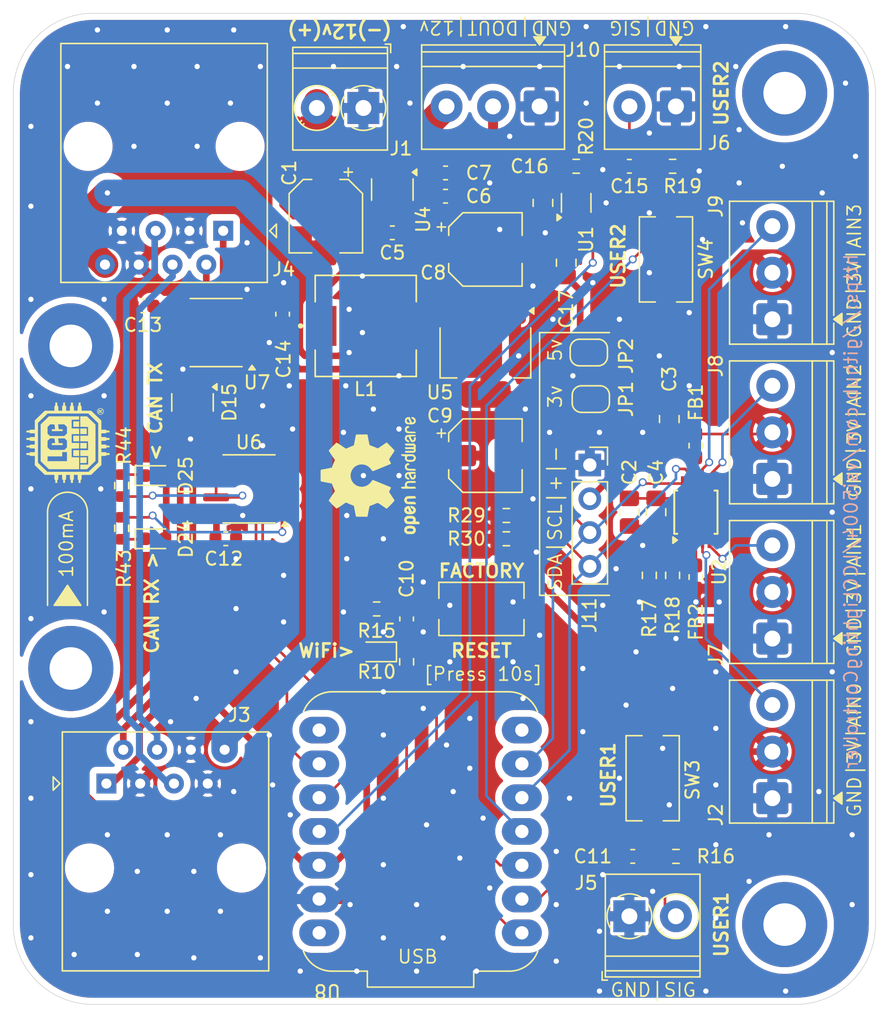
<source format=kicad_pcb>
(kicad_pcb (version 20241229) (generator "pcbnew") (generator_version "9.0")
  (title_block (title "LCC Lighting Controller") (date "2024-08-18") (rev "1.0"))
  (layers (0 "F.Cu" signal) (2 "B.Cu" signal) (13 "F.Paste" user) (15 "B.Paste" user) (5 "F.SilkS" user "F.Silkscreen") (7 "B.SilkS" user "B.Silkscreen") (1 "F.Mask" user) (3 "B.Mask" user) (25 "Edge.Cuts" user))
  (net 0 "")
  (net 1 "GND")
  (net 2 "/5V-BST")
  (net 3 "+5V")
  (net 4 "AGND")
  (net 5 "+3V3")
  (net 6 "CAN-H")
  (net 7 "CAN-L")
  (net 8 "VDDA")
  (net 9 "ALT-A")
  (net 10 "ALT-B")
  (net 11 "CAN-RX")
  (net 12 "CAN-TX")
  (net 13 "I2C_SDA")
  (net 14 "I2C_SCL")
  (net 15 "FACTORY_RESET")
  (net 16 "Net-(U4-SW)")
  (net 17 "Net-(D24-K)")
  (net 18 "Net-(D25-K)")
  (net 19 "Net-(U6A--)")
  (net 20 "Net-(U6B--)")
  (net 22 "Net-(D1-K)")
  (net 25 "WIFI_LED")
  (net 26 "AVDD")
  (net 27 "USER_BTN_0")
  (net 28 "USER_BTN_1")
  (net 29 "POT0")
  (net 30 "POT1")
  (net 31 "POT2")
  (net 32 "POT3")
  (net 33 "NEOPIXEL_DOUT")
  (net 34 "Net-(U2-ADDR)")
  (net 35 "Net-(U2-ALERT{slash}RDY)")
  (net 36 "DOUT_3V")
  (net 37 "Net-(J11-Pin_2)")
  (net 38 "+12v")
  (net 39 "Net-(R20-Pad2)")
  (footprint "Resistor_SMD:R_0603_1608Metric" (layer "F.Cu") (at 93 91.25 -90)
    (property "Reference" "R18")
    (property "Value" "10k" (hide yes))
  )
  (footprint "Capacitor_SMD:C_0603_1608Metric" (layer "F.Cu") (at 90 112.375)
    (property "Reference" "C11")
    (property "Value" "100nF" (hide yes))
  )
  (footprint "MountingHole:MountingHole_3.2mm_M3_Pad" (layer "F.Cu") (at 101.425 55)
    (property "Reference" "H1" (hide yes))
    (property "Value" "MountingHole" (hide yes))
  )
  (footprint "Capacitor_SMD:C_0603_1608Metric" (layer "F.Cu") (at 73 94.525 90)
    (property "Reference" "C10")
    (property "Value" "100nF" (hide yes))
  )
  (footprint "Resistor_SMD:R_0603_1608Metric" (layer "F.Cu") (at 80.5 86.75 180)
    (property "Reference" "R29")
    (property "Value" "4K7" (hide yes))
  )
  (footprint "LED_SMD:LED_0603_1608Metric" (layer "F.Cu") (at 54.075 88.5)
    (property "Reference" "D24")
    (property "Value" "CAN TX" (hide yes))
  )
  (footprint "Symbol:OSHW-Logo2_9.8x8mm_SilkScreen" (layer "F.Cu") (at 70.25 83.75 90)
    (property "Reference" "REF**" (hide yes))
    (property "Value" "OSHW-Logo2_9.8x8mm_SilkScreen" (hide yes))
  )
  (footprint "Button_Switch_SMD:SW_Tactile_SPST_NO_Straight_CK_PTS636Sx25SMTRLFS" (layer "F.Cu") (at 78.625 93.775)
    (property "Reference" "SW2" (hide yes))
    (property "Value" "Factory Reset" (hide yes))
  )
  (footprint "Package_TO_SOT_SMD:SOT-223-3_TabPin2" (layer "F.Cu") (at 78.925 74.5 -90)
    (property "Reference" "U5")
    (property "Value" "AP2114-3.3" (hide yes))
  )
  (footprint "Capacitor_SMD:C_0603_1608Metric" (layer "F.Cu") (at 53.175 71 180)
    (property "Reference" "C13")
    (property "Value" "100nF" (hide yes))
  )
  (footprint "Package_SO:SOIC-8_3.9x4.9mm_P1.27mm" (layer "F.Cu") (at 58.675 73 180)
    (property "Reference" "U7")
    (property "Value" "TJA1051T-3" (hide yes))
  )
  (footprint "TerminalBlock_Phoenix:TerminalBlock_Phoenix_PT-1,5-3-3.5-H_1x03_P3.50mm_Horizontal" (layer "F.Cu") (at 83 56 180)
    (property "Reference" "J10")
    (property "Value" "RGBW LED" (hide yes))
  )
  (footprint "Resistor_SMD:R_0603_1608Metric" (layer "F.Cu") (at 93 60.5 180)
    (property "Reference" "R19")
    (property "Value" "10k" (hide yes))
  )
  (footprint "Capacitor_SMD:C_0603_1608Metric" (layer "F.Cu") (at 59.4 88.5 180)
    (property "Reference" "C12")
    (property "Value" "100nF" (hide yes))
  )
  (footprint "CustomFootprints:MCU_Seeed_ESP32C3_TH" (layer "F.Cu") (at 74.045 110.5 180)
    (property "Reference" "U8")
    (property "Value" "MOUDLE-SEEEDUINO-XIAO-ESP32S3" (hide yes))
  )
  (footprint "LED_SMD:LED_0603_1608Metric" (layer "F.Cu") (at 54.075 83.75)
    (property "Reference" "D25")
    (property "Value" "CAN RX" (hide yes))
  )
  (footprint "Package_TO_SOT_SMD:SOT-23" (layer "F.Cu") (at 56.9 78.25 -90)
    (property "Reference" "D15")
    (property "Value" "NUP2105L" (hide yes))
  )
  (footprint "Jumper:SolderJumper-2_P1.3mm_Bridged_RoundedPad1.0x1.5mm" (layer "F.Cu") (at 86.85 78 180)
    (property "Reference" "JP1")
    (property "Value" "3v3" (hide yes))
  )
  (footprint "Resistor_SMD:R_0603_1608Metric" (layer "F.Cu") (at 91.25 91.25 90)
    (property "Reference" "R17")
    (property "Value" "10k" (hide yes))
  )
  (footprint "CustomLibrary:RJ45_TE_CONNECTIVITY_5555164-1_Horizontal-Low_Profile" (layer "F.Cu") (at 50.425 106.9)
    (property "Reference" "J3")
    (property "Value" "RJ45" (hide yes))
  )
  (footprint "CustomLibrary:IND_B1047AS-4R7N=P3" (layer "F.Cu") (at 69.925 72.5)
    (property "Reference" "L1")
    (property "Value" "4.7uH" (hide yes))
  )
  (footprint "Capacitor_SMD:CP_Elec_5x5.3" (layer "F.Cu") (at 78.925 82.25)
    (property "Reference" "C9")
    (property "Value" "10uF" (hide yes))
  )
  (footprint "MountingHole:MountingHole_3.2mm_M3_Pad" (layer "F.Cu") (at 101.424996 117.5)
    (property "Reference" "H2" (hide yes))
    (property "Value" "MountingHole" (hide yes))
  )
  (footprint "Capacitor_SMD:C_0603_1608Metric" (layer "F.Cu") (at 75.925 62.75 180)
    (property "Reference" "C6")
    (property "Value" "22uF" (hide yes))
  )
  (footprint "TerminalBlock_Phoenix:TerminalBlock_Phoenix_PT-1,5-3-3.5-H_1x03_P3.50mm_Horizontal" (layer "F.Cu") (at 100.5 84 90)
    (property "Reference" "J8")
    (property "Value" "Screw_Terminal_01x03" (hide yes))
  )
  (footprint "Jumper:SolderJumper-2_P1.3mm_Open_RoundedPad1.0x1.5mm" (layer "F.Cu") (at 86.7 74.5 180)
    (property "Reference" "JP2")
    (property "Value" "5v" (hide yes))
  )
  (footprint "Fiducial:Fiducial_0.5mm_Mask1mm" (layer "F.Cu") (at 103.25 60 90)
    (property "Reference" "FID2" (hide yes))
    (property "Value" "Fiducial" (hide yes))
  )
  (footprint "Capacitor_SMD:C_0805_2012Metric_Pad1.18x1.45mm_HandSolder" (layer "F.Cu") (at 83.25 63.25 -90)
    (property "Reference" "C16")
    (property "Value" "10uF" (hide yes))
  )
  (footprint "Capacitor_SMD:C_0603_1608Metric" (layer "F.Cu") (at 89.75 60.5)
    (property "Reference" "C15")
    (property "Value" "100nF" (hide yes))
  )
  (footprint "Package_TO_SOT_SMD:Texas_R-PDSO-G5_DCK-5" (layer "F.Cu") (at 85.75 63.25 90)
    (property "Reference" "U1")
    (property "Value" "SN74LVC1G125DCK" (hide yes))
  )
  (footprint "Inductor_SMD:L_0603_1608Metric_Pad1.05x0.95mm_HandSolder" (layer "F.Cu") (at 94.75 91.375 90)
    (property "Reference" "FB2")
    (property "Value" "BBPY00160808152Y00" (hide yes))
  )
  (footprint "Capacitor_SMD:C_0805_2012Metric_Pad1.18x1.45mm_HandSolder" (layer "F.Cu") (at 92.75 79.5 -90)
    (property "Reference" "C3")
    (property "Value" "10uF" (hide yes))
  )
  (footprint "Capacitor_SMD:C_0805_2012Metric_Pad1.18x1.45mm_HandSolder" (layer "F.Cu") (at 89.75 86.5 90)
    (property "Reference" "C2")
    (property "Value" "10uF" (hide yes))
  )
  (footprint "Capacitor_SMD:C_0603_1608Metric" (layer "F.Cu") (at 63.675 71.615 90)
    (property "Reference" "C14")
    (property "Value" "100nF" (hide yes))
  )
  (footprint "Capacitor_SMD:C_0805_2012Metric_Pad1.18x1.45mm_HandSolder" (layer "F.Cu") (at 91.75 86.5 90)
    (property "Reference" "C4")
    (property "Value" "0.1uF" (hide yes))
  )
  (footprint "MountingHole:MountingHole_3.2mm_M3_Pad" (layer "F.Cu") (at 47.75 74 90)
    (property "Reference" "H4" (hide yes))
    (property "Value" "MountingHole" (hide yes))
  )
  (footprint "Fiducial:Fiducial_0.5mm_Mask1mm" (layer "F.Cu") (at 103.25 112.5 90)
    (property "Reference" "FID3" (hide yes))
    (property "Value" "Fiducial" (hide yes))
  )
  (footprint "TerminalBlock_Phoenix:TerminalBlock_Phoenix_PT-1,5-2-3.5-H_1x02_P3.50mm_Horizontal" (layer "F.Cu") (at 93.25 56 180)
    (property "Reference" "J6")
    (property "Value" "EXT_BTN1" (hide yes))
  )
  (footprint "Button_Switch_SMD:SW_Tactile_SPST_NO_Straight_CK_PTS636Sx25SMTRLFS" (layer "F.Cu") (at 92.5 67.5 -90)
    (property "Reference" "SW4")
    (property "Value" "User" (hide yes))
  )
  (footprint "TerminalBlock_Phoenix:TerminalBlock_Phoenix_PT-1,5-3-3.5-H_1x03_P3.50mm_Horizontal" (layer "F.Cu") (at 100.5 96 90)
    (property "Reference" "J7")
    (property "Value" "Screw_Terminal_01x03" (hide yes))
  )
  (footprint "TerminalBlock_Phoenix:TerminalBlock_Phoenix_PT-1,5-3-3.5-H_1x03_P3.50mm_Horizontal" (layer "F.Cu") (at 100.5 108 90)
    (property "Reference" "J2")
    (property "Value" "Screw_Terminal_01x03" (hide yes))
  )
  (footprint "Resistor_SMD:R_0603_1608Metric" (layer "F.Cu") (at 93.25 112.375 180)
    (property "Reference" "R16")
    (property "Value" "10k" (hide yes))
  )
  (footprint "Capacitor_SMD:C_0603_1608Metric" (layer "F.Cu") (at 75.925 61)
    (property "Reference" "C7")
    (property "Value" "22uF" (hide yes))
  )
  (footprint "Capacitor_SMD:C_0805_2012Metric_Pad1.18x1.45mm_HandSolder" (layer "F.Cu") (at 85 67.75 90)
    (property "Reference" "C17")
    (property "Value" "1uF" (hide yes))
  )
  (footprint "Capacitor_SMD:CP_Elec_5x5.3" (layer "F.Cu") (at 66.925 64.25 -90)
    (property "Reference" "C1")
    (property "Value" "10uF" (hide yes))
  )
  (footprint "TerminalBlock_Phoenix:TerminalBlock_Phoenix_PT-1,5-3-3.5-H_1x03_P3.50mm_Horizontal" (layer "F.Cu") (at 100.5 72 90)
    (property "Reference" "J9")
    (property "Value" "Screw_Terminal_01x03" (hide yes))
  )
  (footprint "LED_SMD:LED_0603_1608Metric" (layer "F.Cu") (at 70.75 97 180)
    (property "Reference" "D1" (hide yes))
    (property "Value" "WiFi" (hide yes))
  )
  (footprint "Resistor_SMD:R_0603_1608Metric" (layer "F.Cu") (at 51.575 84.5 90)
    (property "Reference" "R44")
    (property "Value" "220R" (hide yes))
  )
  (footprint "Resistor_SMD:R_0603_1608Metric" (layer "F.Cu") (at 73 97.75 90)
    (property "Reference" "R10")
    (property "Value" "220R" (hide yes))
  )
  (footprint "Capacitor_SMD:CP_Elec_5x5.3" (layer "F.Cu") (at 78.925 66.75)
    (property "Reference" "C8")
    (property "Value" "10uF" (hide yes))
  )
  (footprint "Connector_PinSocket_2.54mm:PinSocket_1x04_P2.54mm_Vertical" (layer "F.Cu") (at 86.775 82.95)
    (property "Reference" "J11")
    (property "Value" "I2C Breakout" (hide yes))
  )
  (footprint "TerminalBlock_Phoenix:TerminalBlock_Phoenix_PT-1,5-2-3.5-H_1x02_P3.50mm_Horizontal" (layer "F.Cu") (at 89.75 116.875)
    (property "Reference" "J5")
    (property "Value" "EXT_BTN1" (hide yes))
  )
  (footprint "Package_SO:SOIC-8_3.9x4.9mm_P1.27mm" (layer "F.Cu") (at 61.15 84.75 180)
    (property "Reference" "U6")
    (property "Value" "LM358" (hide yes))
  )
  (footprint "TerminalBlock_Phoenix:TerminalBlock_Phoenix_PT-1,5-2-3.5-H_1x02_P3.50mm_Horizontal" (layer "F.Cu") (at 69.75 56.1175 180)
    (property "Reference" "J1")
    (property "Value" "EXT POWER" (hide yes))
  )
  (footprint "Resistor_SMD:R_0603_1608Metric" (layer "F.Cu") (at 51.575 87.7125 -90)
    (property "Reference" "R43")
    (property "Value" "220R" (hide yes))
  )
  (footprint "Inductor_SMD:L_0603_1608Metric_Pad1.05x0.95mm_HandSolder" (layer "F.Cu") (at 94.75 81.5 -90)
    (property "Reference" "FB1")
    (property "Value" "BBPY00160808152Y00" (hide yes))
  )
  (footprint "Components:lcc-logo-registered-medium" (layer "F.Cu") (at 47.5 81.25 90)
    (property "Reference" "G***" (hide yes))
    (property "Value" "LOGO" (hide yes))
  )
  (footprint "Resistor_SMD:R_0603_1608Metric" (layer "F.Cu") (at 85.75 60.5)
    (property "Reference" "R20")
    (property "Value" "100" (hide yes))
  )
  (footprint "Resistor_SMD:R_0603_1608Metric" (layer "F.Cu") (at 70.75 93.775)
    (property "Reference" "R15")
    (property "Value" "10k" (hide yes))
  )
  (footprint "CustomLibrary:RJ45_TE_CONNECTIVITY_5555164-1_Horizontal-Low_Profile" (layer "F.Cu") (at 59.2075 65.35 180)
    (property "Reference" "J4")
    (property "Value" "RJ45" (hide yes))
  )
  (footprint "Package_SO:TSSOP-10_3x3mm_P0.5mm" (layer "F.Cu") (at 94.75 86.5 90)
    (property "Reference" "U2")
    (property "Value" "ADS1115IDGS" (hide yes))
  )
  (footprint "Resistor_SMD:R_0603_1608Metric" (layer "F.Cu") (at 80.5 88.5 180)
    (property "Reference" "R30")
    (property "Value" "4K7" (hide yes))
  )
  (footprint "Capacitor_SMD:C_0603_1608Metric" (layer "F.Cu") (at 71.925 65.5)
    (property "Reference" "C5")
    (property "Value" "100nF" (hide yes))
  )
  (footprint "Button_Switch_SMD:SW_Tactile_SPST_NO_Straight_CK_PTS636Sx25SMTRLFS" (layer "F.Cu") (at 91.5 106.5 90)
    (property "Reference" "SW3")
    (property "Value" "User" (hide yes))
  )
  (footprint "MountingHole:MountingHole_3.2mm_M3_Pad" (layer "F.Cu") (at 47.75 98.25 90)
    (property "Reference" "H3" (hide yes))
    (property "Value" "MountingHole")
  )
  (footprint "Fiducial:Fiducial_0.5mm_Mask1mm" (layer "F.Cu") (at 64 78.5 90)
    (property "Reference" "FID1" (hide yes))
    (property "Value" "Fiducial" (hide yes))
  )
  (footprint "Package_TO_SOT_SMD:TSOT-23-6" (layer "F.Cu") (at 71.925 62.25 -90)
    (property "Reference" "U4")
    (property "Value" "AP63205WU" (hide yes))
  )
  (gr_line (start 83 92.75) (end 83 73) (stroke (width 0.12)) (layer "F.SilkS"))
  (gr_arc (start 46 86.5) (mid 47.5 85) (end 49 86.5) (stroke (width 0.12)) (layer "F.SilkS"))
  (gr_line (start 49 93.5) (end 49 86.5) (stroke (width 0.12)) (layer "F.SilkS"))
  (gr_line (start 46 93.5) (end 46 86.5) (stroke (width 0.12)) (layer "F.SilkS"))
  (gr_poly (pts (xy 46.5 93.5) (xy 48.5 93.5) (xy 47.5 92)) (stroke (width 0.12)) (fill yes) (layer "F.SilkS"))
  (gr_line (start 83 73) (end 88.25 73) (stroke (width 0.12)) (layer "F.SilkS"))
  (gr_line (start 88.25 92.75) (end 83 92.75) (stroke (width 0.12)) (layer "F.SilkS"))
  (gr_line (start 43.425 117.5) (end 43.425 55) (stroke (width 0.05)) (layer "Edge.Cuts"))
  (gr_line (start 49.425 123.5) (end 102.25 123.5) (stroke (width 0.05)) (layer "Edge.Cuts"))
  (gr_arc (start 102.25 49) (mid 106.492641 50.757359) (end 108.25 55) (stroke (width 0.05)) (layer "Edge.Cuts"))
  (gr_line (start 102.25 49) (end 49.425 49) (stroke (width 0.05)) (layer "Edge.Cuts"))
  (gr_arc (start 49.425 123.5) (mid 45.182359 121.742641) (end 43.425 117.5) (stroke (width 0.05)) (layer "Edge.Cuts"))
  (gr_arc (start 108.25 117.5) (mid 106.492641 121.742641) (end 102.25 123.5) (stroke (width 0.05)) (layer "Edge.Cuts"))
  (gr_arc (start 43.425 55) (mid 45.182359 50.757359) (end 49.425 49) (stroke (width 0.05)) (layer "Edge.Cuts"))
  (gr_line (start 108.25 55) (end 108.25 117.5) (stroke (width 0.05)) (layer "Edge.Cuts"))
  (gr_text "USER2" (at 97.25 55 90) (layer "F.SilkS") (effects (font (size 1 1) (thickness 0.2) (bold yes)) (justify bottom)))
  (gr_text "USER2" (at 89.5 67.25 90) (layer "F.SilkS") (effects (font (size 1 1) (thickness 0.2) (bold yes)) (justify bottom)))
  (gr_text "GND|3V|AIN2" (at 107.25 85.5 90) (layer "F.SilkS") (effects (font (size 1 1) (thickness 0.125)) (justify left bottom)))
  (gr_text "< CAN TX" (at 54.675 82.75 90) (layer "F.SilkS") (effects (font (size 1 1) (thickness 0.2) (bold yes)) (justify left bottom)))
  (gr_text "3v" (at 84.75 78.75 90) (layer "F.SilkS") (effects (font (size 1 1) (thickness 0.125)) (justify left bottom)))
  (gr_text "CAN RX >" (at 54.425 97.25 90) (layer "F.SilkS") (effects (font (size 1 1) (thickness 0.2) (bold yes)) (justify left bottom)))
  (gr_text "RESET" (at 78.625 97.5 0) (layer "F.SilkS") (effects (font (size 1 1) (thickness 0.2) (bold yes)) (justify bottom)))
  (gr_text "GND|SIG" (at 88.25 123 0) (layer "F.SilkS") (effects (font (size 1 1) (thickness 0.125)) (justify left bottom)))
  (gr_text "USER1" (at 88.75 106.25 90) (layer "F.SilkS") (effects (font (size 1 1) (thickness 0.2) (bold yes)) (justify bottom)))
  (gr_text "WiFi>" (at 64.75 97.5 0) (layer "F.SilkS") (effects (font (size 1 1) (thickness 0.2) (bold yes)) (justify left bottom)))
  (gr_text "GND|3V|AIN0" (at 107.25 109.5 90) (layer "F.SilkS") (effects (font (size 1 1) (thickness 0.125)) (justify left bottom)))
  (gr_text "GND|DOUT|12v" (at 85.5 49.5 180) (layer "F.SilkS") (effects (font (size 1 1) (thickness 0.125)) (justify left bottom)))
  (gr_text "FACTORY" (at 78.625 91.5 0) (layer "F.SilkS") (effects (font (size 1 1) (thickness 0.2) (bold yes)) (justify bottom)))
  (gr_text "100mA" (at 48 91.5 90) (layer "F.SilkS") (effects (font (size 1 1) (thickness 0.125)) (justify left bottom)))
  (gr_text "5v" (at 84.75 75.25 90) (layer "F.SilkS") (effects (font (size 1 1) (thickness 0.125)) (justify left bottom)))
  (gr_text "[Press 10s]" (at 78.75 99.25 0) (layer "F.SilkS") (effects (font (size 1 1) (thickness 0.125)) (justify bottom)))
  (gr_text "GND|SIG" (at 94.75 49.5 180) (layer "F.SilkS") (effects (font (size 1 1) (thickness 0.125)) (justify left bottom)))
  (gr_text "GND|3V|AIN3" (at 107.25 73.5 90) (layer "F.SilkS") (effects (font (size 1 1) (thickness 0.125)) (justify left bottom)))
  (gr_text "USER1" (at 97.25 117.5 90) (layer "F.SilkS") (effects (font (size 1 1) (thickness 0.2) (bold yes)) (justify bottom)))
  (gr_text "USB" (at 72.25 120.5 0) (layer "F.SilkS") (effects (font (size 1 1) (thickness 0.125)) (justify left bottom)))
  (gr_text "SDA|SCL|+|-" (at 84.75 92.5 90) (layer "F.SilkS") (effects (font (size 1 1) (thickness 0.125)) (justify left bottom)))
  (gr_text "GND|3V|AIN1" (at 107.25 97.5 90) (layer "F.SilkS") (effects (font (size 1 1) (thickness 0.125)) (justify left bottom)))
  (gr_text "(-)12v(+)" (at 72 49.75 180) (layer "F.SilkS") (effects (font (size 1 1) (thickness 0.2) (bold yes)) (justify left bottom)))
  (gr_text "https://github.com/vsi5004/LCCLightingController" (at 107 67 90) (layer "B.SilkS") (effects (font (size 1 1) (thickness 0.125)) (justify left bottom mirror)))
  (segment (start 66.925 66.45) (end 67.725 66.45) (width 0.75) (layer "F.Cu") (net 1))
  (segment (start 66.425 115.58) (end 68.33 115.58) (width 0.75) (layer "F.Cu") (net 1))
  (segment (start 66.425 115.58) (end 64.75 115.58) (width 0.75) (layer "F.Cu") (net 1))
  (segment (start 67.725 66.45) (end 70.7875 63.3875) (width 0.75) (layer "F.Cu") (net 1))
  (segment (start 70.7875 63.3875) (end 70.975 63.3875) (width 0.75) (layer "F.Cu") (net 1))
  (segment (start 68.33 115.58) (end 68.75 116) (width 0.75) (layer "F.Cu") (net 1))
  (via (at 72.25 53) (size 0.6) (drill 0.4) (layers "F.Cu" "B.Cu") (net 1))
  (via (at 104.25 62.5) (size 0.6) (drill 0.4) (layers "F.Cu" "B.Cu") (net 1))
  (via (at 78.25 121) (size 0.6) (drill 0.4) (layers "F.Cu" "B.Cu") (net 1))
  (via (at 92 74.75) (size 0.6) (drill 0.4) (layers "F.Cu" "B.Cu") (net 1))
  (via (at 93.25 96) (size 0.6) (drill 0.4) (layers "F.Cu" "B.Cu") (net 1))
  (via (at 57.25 59) (size 0.6) (drill 0.4) (layers "F.Cu" "B.Cu") (net 1))
  (via (at 62 120) (size 0.6) (drill 0.4) (layers "F.Cu" "B.Cu") (net 1))
  (via (at 52.5 53) (size 0.6) (drill 0.4) (layers "F.Cu" "B.Cu") (net 1))
  (via (at 57.175 100.5) (size 0.6) (drill 0.4) (layers "F.Cu" "B.Cu") (net 1))
  (via (at 90.25 97) (size 0.6) (drill 0.4) (layers "F.Cu" "B.Cu") (net 1))
  (via (at 97.75 53) (size 0.6) (drill 0.4) (layers "F.Cu" "B.Cu") (net 1))
  (via (at 71.25 118.5) (size 0.6) (drill 0.4) (layers "F.Cu" "B.Cu") (net 1))
  (via (at 74.25 101.25) (size 0.6) (drill 0.4) (layers "F.Cu" "B.Cu") (net 1))
  (via (at 96.25 111.5) (size 0.6) (drill 0.4) (layers "F.Cu" "B.Cu") (net 1))
  (via (at 55.25 102.25) (size 0.6) (drill 0.4) (layers "F.Cu" "B.Cu") (net 1))
  (via (at 50.5 116.5) (size 0.6) (drill 0.4) (layers "F.Cu" "B.Cu") (net 1))
  (via (at 80 65.25) (size 0.6) (drill 0.4) (layers "F.Cu" "B.Cu") (net 1))
  (via (at 81.425 74.75) (size 0.6) (drill 0.4) (layers "F.Cu" "B.Cu") (net 1))
  (via (at 83 95.75) (size 0.6) (drill 0.4) (layers "F.Cu" "B.Cu") (net 1))
  (via (at 68.675 71.25) (size 0.6) (drill 0.4) (layers "F.Cu" "B.Cu") (net 1))
  (via (at 90.75 80.5) (size 0.6) (drill 0.4) (layers "F.Cu" "B.Cu") (net 1))
  (via (at 69.75 83.75) (size 0.6) (drill 0.4) (layers "F.Cu" "B.Cu") (net 1))
  (via (at 52.75 119.75) (size 0.6) (drill 0.4) (layers "F.Cu" "B.Cu") (net 1))
  (via (at 86.5 50) (size 0.6) (drill 0.4) (layers "F.Cu" "B.Cu") (net 1))
  (via (at 96.25 117) (size 0.6) (drill 0.4) (layers "F.Cu" "B.Cu") (net 1))
  (via (at 62.175 81.5) (size 0.6) (drill 0.4) (layers "F.Cu" "B.Cu") (net 1))
  (via (at 98.25 64.75) (size 0.6) (drill 0.4) (layers "F.Cu" "B.Cu") (net 1))
  (via (at 64.25 109.25) (size 0.6) (drill 0.4) (layers "F.Cu" "B.Cu") (net 1))
  (via (at 68.5 86.75) (size 0.6) (drill 0.4) (layers "F.Cu" "B.Cu") (net 1))
  (via (at 88.75 90.75) (size 0.6) (drill 0.4) (layers "F.Cu" "B.Cu") (net 1))
  (via (at 91.25 64) (size 0.6) (drill 0.4) (layers "F.Cu" "B.Cu") (net 1))
  (via (at 106 54.25) (size 0.6) (drill 0.4) (layers "F.Cu" "B.Cu") (net 1))
  (via (at 106.75 59.75) (size 0.6) (drill 0.4) (layers "F.Cu" "B.Cu") (net 1))
  (via (at 62.175 78.5) (size 0.6) (drill 0.4) (layers "F.Cu" "B.Cu") (net 1))
  (via (at 91.25 68.5) (size 0.6) (drill 0.4) (layers "F.Cu" "B.Cu") (net 1))
  (via (at 49.75 50.25) (size 0.6) (drill 0.4) (layers "F.Cu" "B.Cu") (net 1))
  (via (at 72.425 80.25) (size 0.6) (drill 0.4) (layers "F.Cu" "B.Cu") (net 1))
  (via (at 84.25 112) (size 0.6) (drill 0.4) (layers "F.Cu" "B.Cu") (net 1))
  (via (at 68.75 116) (size 0.6) (drill 0.4) (layers "F.Cu" "B.Cu") (net 1))
  (via (at 77 112.5) (size 0.6) (drill 0.4) (layers "F.Cu" "B.Cu") (net 1))
  (via (at 60.175 93.75) (size 0.6) (drill 0.4) (layers "F.Cu" "B.Cu") (net 1))
  (via (at 79.25 61.75) (size 0.6) (drill 0.4) (layers "F.Cu" "B.Cu") (net 1))
  (via (at 82.75 89.5) (size 0.6) (drill 0.4) (layers "F.Cu" "B.Cu") (net 1))
  (via (at 64.425 80.25) (size 0.6) (drill 0.4) (layers "F.Cu" "B.Cu") (net 1))
  (via (at 73.75 116) (size 0.6) (drill 0.4) (layers "F.Cu" "B.Cu") (net 1))
  (via (at 63.75 94.75) (size 0.6) (drill 0.4) (layers "F.Cu" "B.Cu") (net 1))
  (via (at 76.25 97.75) (size 0.6) (drill 0.4) (layers "F.Cu" "B.Cu") (net 1))
  (via (at 81 97.75) (size 0.6) (drill 0.4) (layers "F.Cu" "B.Cu") (net 1))
  (via (at 62.925 107) (size 0.6) (drill 0.4) (layers "F.Cu" "B.Cu") (net 1))
  (via (at 87.5 80.5) (size 0.6) (drill 0.4) (layers "F.Cu" "B.Cu") (net 1))
  (via (at 44.75 102.25) (size 0.6) (drill 0.4) (layers "F.Cu" "B.Cu") (net 1))
  (via (at 86.25 98.25) (size 0.6) (drill 0.4) (layers "F.Cu" "B.Cu") (net 1))
  (via (at 61 66.25) (size 0.6) (drill 0.4) (layers "F.Cu" "B.Cu") (net 1))
  (via (at 55 55.75) (size 0.6) (drill 0.4) (layers "F.Cu" "B.Cu") (net 1))
  (via (at 87.75 93.5) (size 0.6) (drill 0.4) (layers "F.Cu" "B.Cu") (net 1))
  (via (at 88 63.25) (size 0.6) (drill 0.4) (layers "F.Cu" "B.Cu") (net 1))
  (via (at 44.75 94.5) (size 0.6) (drill 0.4) (layers "F.Cu" "B.Cu") (net 1))
  (via (at 68.25 80.5) (size 0.6) (drill 0.4) (layers "F.Cu" "B.Cu") (net 1))
  (via (at 68.425 77) (size 0.6) (drill 0.4) (layers "F.Cu" "B.Cu") (net 1))
  (via (at 95 60.85) (size 0.6) (drill 0.4) (layers "F.Cu" "B.Cu") (net 1))
  (via (at 72.425 83.75) (size 0.6) (drill 0.4) (layers "F.Cu" "B.Cu") (net 1))
  (via (at 47.5 53) (size 0.6) (drill 0.4) (layers "F.Cu" "B.Cu") (net 1))
  (via (at 57.25 53) (size 0.6) (drill 0.4) (layers "F.Cu" "B.Cu") (net 1))
  (via (at 49.75 55.75) (size 0.6) (drill 0.4) (layers "F.Cu" "B.Cu") (net 1))
  (via (at 104 107.5) (size 0.6) (drill 0.4) (layers "F.Cu" "B.Cu") (net 1))
  (via (at 59 110.75) (size 0.6) (drill 0.4) (layers "F.Cu" "B.Cu") (net 1))
  (via (at 95.25 66) (size 0.6) (drill 0.4) (layers "F.Cu" "B.Cu") (net 1))
  (via (at 60.675 86.75) (size 0.6) (drill 0.4) (layers "F.Cu" "B.Cu") (net 1))
  (via (at 52.75 113.5) (size 0.6) (drill 0.4) (layers "F.Cu" "B.Cu") (net 1))
  (via (at 80.75 58.25) (size 0.6) (drill 0.4) (layers "F.Cu" "B.Cu") (net 1))
  (via (at 96.25 102.75) (size 0.6) (drill 0.4) (layers "F.Cu" "B.Cu") (net 1))
  (via (at 62.675 103.25) (size 0.6) (drill 0.4) (layers "F.Cu" "B.Cu") (net 1))
  (via (at 71.25 88.5) (size 0.6) (drill 0.4) (layers "F.Cu" "B.Cu") (net 1))
  (via (at 74.25 95.5) (size 0.6) (drill 0.4) (layers "F.Cu" "B.Cu") (net 1))
  (via (at 72.75 50) (size 0.6) (drill 0.4) (layers "F.Cu" "B.Cu") (net 1))
  (via (at 87.5 118) (size 0.6) (drill 0.4) (layers "F.Cu" "B.Cu") (net 1))
  (via (at 81.925 78.75) (size 0.6) (drill 0.4) (layers "F.Cu" "B.Cu") (net 1))
  (via (at 92.75 108.5) (size 0.6) (drill 0.4) (layers "F.Cu" "B.Cu") (net 1))
  (via (at 69.675 73) (size 0.6) (drill 0.4) (layers "F.Cu" "B.Cu") (net 1))
  (via (at 62 53) (size 0.6) (drill 0.4) (layers "F.Cu" "B.Cu") (net 1))
  (via (at 62.675 73.75) (size 0.6) (drill 0.4) (layers "F.Cu" "B.Cu") (net 1))
  (via (at 61 69.75) (size 0.6) (drill 0.4) (layers "F.Cu" "B.Cu") (net 1))
  (via (at 59 116.5) (size 0.6) (drill 0.4) (layers "F.Cu" "B.Cu") (net 1))
  (via (at 44.75 118.5) (size 0.6) (drill 0.4) (layers "F.Cu" "B.Cu") (net 1))
  (via (at 87.75 60.75) (size 0.6) (drill 0.4) (layers "F.Cu" "B.Cu") (net 1))
  (via (at 70.5 78.75) (size 0.6) (drill 0.4) (layers "F.Cu" "B.Cu") (net 1))
  (via (at 87.75 113.75) (size 0.6) (drill 0.4) (layers "F.Cu" "B.Cu") (net 1))
  (via (at 91.5 115) (size 0.6) (drill 0.4) (layers "F.Cu" "B.Cu") (net 1))
  (via (at 94.25 77) (size 0.6) (drill 0.4) (layers "F.Cu" "B.Cu") (net 1))
  (via (at 50.25 94) (size 0.6) (drill 0.4) (layers "F.Cu" "B.Cu") (net 1))
  (via (at 89 72) (size 0.6) (drill 0.4) (layers "F.Cu" "B.Cu") (net 1))
  (via (at 105 86.5) (size 0.6) (drill 0.4) (layers "F.Cu" "B.Cu") (net 1))
  (via (at 90.5 93.25) (size 0.6) (drill 0.4) (layers "F.Cu" "B.Cu") (net 1))
  (via (at 48 119.75) (size 0.6) (drill 0.4) (layers "F.Cu" "B.Cu") (net 1))
  (via (at 83 53) (size 0.6) (drill 0.4) (layers "F.Cu" "B.Cu") (net 1))
  (via (at 73.25 55.75) (size 0.6) (drill 0.4) (layers "F.Cu" "B.Cu") (net 1))
  (via (at 50.25 70.5) (size 0.6) (drill 0.4) (layers "F.Cu" "B.Cu") (net 1))
  (via (at 100.25 110.75) (size 0.6) (drill 0.4) (layers "F.Cu" "B.Cu") (net 1))
  (via (at 60 50.25) (size 0.6) (drill 0.4) (layers "F.Cu" "B.Cu") (net 1))
  (via (at 76 104) (size 0.6) (drill 0.4) (layers "F.Cu" "B.Cu") (net 1))
  (via (at 87 69.25) (size 0.6) (drill 0.4) (layers "F.Cu" "B.Cu") (net 1))
  (via (at 91.25 58) (size 0.6) (drill 0.4) (layers "F.Cu" "B.Cu") (net 1))
  (via (at 82.5 85.5) (size 0.6) (drill 0.4) (layers "F.Cu" "B.Cu") (net 1))
  (via (at 44.75 77.75) (size 0.6) (drill 0.4) (layers "F.Cu" "B.Cu") (net 1))
  (via (at 74.5 110) (size 0.6) (drill 0.4) (layers "F.Cu" "B.Cu") (net 1))
  (via (at 84 72) (size 0.6) (drill 0.4) (layers "F.Cu" "B.Cu") (net 1))
  (via (at 77.75 102) (size 0.6) (drill 0.4) (layers "F.Cu" "B.Cu") (net 1))
  (via (at 98 61.75) (size 0.6) (drill 0.4) (layers "F.Cu" "B.Cu") (net 1))
  (via (at 106.5 110.75) (size 0.6) (drill 0.4) (layers "F.Cu" "B.Cu") (net 1))
  (via (at 93 99.75) (size 0.6) (drill 0.4) (layers "F.Cu" "B.Cu") (net 1))
  (via (at 55 116.5) (size 0.6) (drill 0.4) (layers "F.Cu" "B.Cu") (net 1))
  (via (at 60.175 98.5) (size 0.6) (drill 0.4) (layers "F.Cu" "B.Cu") (net 1))
  (via (at 60 107.5) (size 0.6) (drill 0.4) (layers "F.Cu" "B.Cu") (net 1))
  (via (at 90.75 89) (size 0.6) (drill 0.4) (layers "F.Cu" "B.Cu") (net 1))
  (via (at 85.5 76.25) (size 0.6) (drill 0.4) (layers "F.Cu" "B.Cu") (net 1))
  (via (at 57 120) (size 0.6) (drill 0.4) (layers "F.Cu" "B.Cu") (net 1))
  (via (at 92.25 104.25) (size 0.6) (drill 0.4) (layers "F.Cu" "B.Cu") (net 1))
  (via (at 83.425 65.5) (size 0.6) (drill 0.4) (layers "F.Cu" "B.Cu") (net 1))
  (via (at 50.25 77.75) (size 0.6) (drill 0.4) (layers "F.Cu" "B.Cu") (net 1))
  (via (at 77.25 53) (size 0.6) (drill 0.4) (layers "F.Cu" "B.Cu") (net 1))
  (via (at 63.75 69.25) (size 0.6) (drill 0.4) (layers "F.Cu" "B.Cu") (net 1))
  (via (at 77.75 105.75) (size 0.6) (drill 0.4) (layers "F.Cu" "B.Cu") (net 1))
  (via (at 55 50.25) (size 0.6) (drill 0.4) (layers "F.Cu" "B.Cu") (net 1))
  (via (at 93.5 53) (size 0.6) (drill 0.4) (layers "F.Cu" "B.Cu") (net 1))
  (via (at 89 106.5) (size 0.6) (drill 0.4) (layers "F.Cu" "B.Cu") (net 1))
  (via (at 71.25 95.5) (size 0.6) (drill 0.4) (layers "F.Cu" "B.Cu") (net 1))
  (via (at 83.75 80.5) (size 0.6) (drill 0.4) (layers "F.Cu" "B.Cu") (net 1))
  (via (at 75.75 118.5) (size 0.6) (drill 0.4) (layers "F.Cu" "B.Cu") (net 1))
  (via (at 56.175 75.75) (size 0.6) (drill 0.4) (layers "F.Cu" "B.Cu") (net 1))
  (via (at 94.25 71.5) (size 0.6) (drill 0.4) (layers "F.Cu" "B.Cu") (net 1))
  (via (at 52.5 59) (size 0.6) (drill 0.4) (layers "F.Cu" "B.Cu") (net 1))
  (via (at 94.75 93.25) (size 0.6) (drill 0.4) (layers "F.Cu" "B.Cu") (net 1))
  (via (at 95.5 122.5) (size 0.6) (drill 0.4) (layers "F.Cu" "B.Cu") (net 1))
  (via (at 105 74.5) (size 0.6) (drill 0.4) (layers "F.Cu" "B.Cu") (net 1))
  (via (at 76.5 107.5) (size 0.6) (drill 0.4) (layers "F.Cu" "B.Cu") (net 1))
  (via (at 87.5 122.5) (size 0.6) (drill 0.4) (layers "F.Cu" "B.Cu") (net 1))
  (via (at 55 110.75) (size 0.6) (drill 0.4) (layers "F.Cu" "B.Cu") (net 1))
  (via (at 101.5 50) (size 0.6) (drill 0.4) (layers "F.Cu" "B.Cu") (net 1))
  (via (at 81.75 100.5) (size 0.6) (drill 0.4) (layers "F.Cu" "B.Cu") (net 1))
  (via (at 44.75 57.5) (size 0.6) (drill 0.4) (layers "F.Cu" "B.Cu") (net 1))
  (via (at 69.675 68.75) (size 0.6) (drill 0.4) (layers "F.Cu" "B.Cu") (net 1))
  (via (at 89 53) (size 0.6) (drill 0.4) (layers "F.Cu" "B.Cu") (net 1))
  (via (at 50 84.75) (size 0.6) (drill 0.4) (layers "F.Cu" "B.Cu") (net 1))
  (via (at 71.25 108) (size 0.6) (drill 0.4) (layers "F.Cu" "B.Cu") (net 1))
  (via (at 71.25 103.25) (size 0.6) (drill 0.4) (layers "F.Cu" "B.Cu") (net 1))
  (via (at 82.5 69.5) (size 0.6) (drill 0.4) (layers "F.Cu" "B.Cu") (net 1))
  (via (at 57 113.5) (size 0.6) (drill 0.4) (layers "F.Cu" "B.Cu") (net 1))
  (via (at 84.25 116) (size 0.6) (drill 0.4) (layers "F.Cu" "B.Cu") (net 1))
  (via (at 71.25 113) (size 0.6) (drill 0.4) (layers "F.Cu" "B.Cu") (net 1))
  (via (at 44.75 108) (size 0.6) (drill 0.4) (layers "F.Cu" "B.Cu") (net 1))
  (via (at 96.25 107) (size 0.6) (drill 0.4) (layers "F.Cu" "B.Cu") (net 1))
  (via (at 68.25 94) (size 0.6) (drill 0.4) (layers "F.Cu" "B.Cu") (net 1))
  (via (at 63.75 91.25) (size 0.6) (drill 0.4) (layers "F.Cu" "B.Cu") (net 1))
  (via (at 86.25 103) (size 0.6) (drill 0.4) (layers "F.Cu" "B.Cu") (net 1))
  (via (at 101.25 60.5) (size 0.6) (drill 0.4) (layers "F.Cu" "B.Cu") (net 1))
  (via (at 68.675 74.5) (size 0.6) (drill 0.4) (layers "F.Cu" "B.Cu") (net 1))
  (via (at 79.25 114.75) (size 0.6) (drill 0.4) (layers "F.Cu" "B.Cu") (net 1))
  (via (at 105 98.5) (size 0.6) (drill 0.4) (layers "F.Cu" "B.Cu") (net 1))
  (via (at 98.75 114.25) (size 0.6) (drill 0.4) (layers "F.Cu" "B.Cu") (net 1))
  (via (at 64.175 77) (size 0.6) (drill 0.4) (layers "F.Cu" "B.Cu") (net 1))
  (via (at 76.25 93.5) (size 0.6) (drill 0.4) (layers "F.Cu" "B.Cu") (net 1))
  (via (at 44.75 84.75) (size 0.6) (drill 0.4) (layers "F.Cu" "B.Cu") (net 1))
  (via (at 44.75 70.5) (size 0.6) (drill 0.4) (layers "F.Cu" "B.Cu") (net 1))
  (via (at 95.5 50) (size 0.6) (drill 0.4) (layers "F.Cu" "B.Cu") (net 1))
  (via (at 85.25 108) (size 0.6) (drill 0.4) (layers "F.Cu" "B.Cu") (net 1))
  (via (at 56.75 81) (size 0.6) (drill 0.4) (layers "F.Cu" "B.Cu") (net 1))
  (via (at 96.25 98.5) (size 0.6) (drill 0.4) (layers "F.Cu" "B.Cu") (net 1))
  (via (at 96.5 93.25) (size 0.6) (drill 0.4) (layers "F.Cu" "B.Cu") (net 1))
  (via (at 74.25 91.75) (size 0.6) (drill 0.4) (layers "F.Cu" "B.Cu") (net 1))
  (via (at 71.25 100) (size 0.6) (drill 0.4) (layers "F.Cu" "B.Cu") (net 1))
  (via (at 98 57.75) (size 0.6) (drill 0.4) (layers "F.Cu" "B.Cu") (net 1))
  (via (at 60.175 90) (size 0.6) (drill 0.4) (layers "F.Cu" "B.Cu") (net 1))
  (via (at 81 93.25) (size 0.6) (drill 0.4) (layers "F.Cu" "B.Cu") (net 1))
  (via (at 89.5 101) (size 0.6) (drill 0.4) (layers "F.Cu" "B.Cu") (net 1))
  (via (at 72.425 76.25) (size 0.6) (drill 0.4) (layers "F.Cu" "B.Cu") (net 1))
  (via (at 67.5 53) (size 0.6) (drill 0.4) (layers "F.Cu" "B.Cu") (net 1))
  (via (at 101.5 122.5) (size 0.6) (drill 0.4) (layers "F.Cu" "B.Cu") (net 1))
  (via (at 44.75 63.5) (size 0.6) (drill 0.4) (layers "F.Cu" "B.Cu") (net 1))
  (via (at 69.25 121) (size 0.6) (drill 0.4) (layers "F.Cu" "B.Cu") (net 1))
  (via (at 84.25 120.25) (size 0.6) (drill 0.4) (layers "F.Cu" "B.Cu") (net 1))
  (via (at 86.5 55.75) (size 0.6) (drill 0.4) (layers "F.Cu" "B.Cu") (net 1))
  (via (at 50.5 110.75) (size 0.6) (drill 0.4) (layers "F.Cu" "B.Cu") (net 1))
  (via (at 44.75 113.75) (size 0.6) (drill 0.4) (layers "F.Cu" "B.Cu") (net 1))
  (via (at 73.75 121) (size 0.6) (drill 0.4) (layers "F.Cu" "B.Cu") (net 1))
  (via (at 106.5 116) (size 0.6) (drill 0.4) (layers "F.Cu" "B.Cu") (net 1))
  (via (at 68.5 90) (size 0.6) (drill 0.4) (layers "F.Cu" "B.Cu") (net 1))
  (via (at 59.75 55.75) (size 0.6) (drill 0.4) (layers "F.Cu" "B.Cu") (net 1))
  (via (at 65 121) (size 0.6) (drill 0.4) (layers "F.Cu" "B.Cu") (net 1))
  (via (at 78.75 109.5) (size 0.6) (drill 0.4) (layers "F.Cu" "B.Cu") (net 1))
  (segment (start 66.425 115.58) (end 67.67 115.58) (width 0.75) (layer "B.Cu") (net 1))
  (segment (start 67.67 115.58) (end 68.75 114.5) (width 0.75) (layer "B.Cu") (net 1))
  (segment (start 66.425 115.58) (end 63.83 115.58) (width 0.75) (layer "B.Cu") (net 1))
  (segment (start 72.875 63.3875) (end 72.875 65.325) (width 0.5) (layer "F.Cu") (net 2))
  (segment (start 72.875 65.325) (end 72.7 65.5) (width 0.5) (layer "F.Cu") (net 2))
  (segment (start 75.15 65.175) (end 75.15 62.75) (width 1) (layer "F.Cu") (net 3))
  (segment (start 74.275 71.35) (end 73.125 72.5) (width 0.5) (layer "F.Cu") (net 3))
  (segment (start 86.05 74.25) (end 86.05 69.8375) (width 0.5) (layer "F.Cu") (net 3))
  (segment (start 84.9625 68.75) (end 78.725 68.75) (width 0.5) (layer "F.Cu") (net 3))
  (segment (start 78.725 68.75) (end 76.725 66.75) (width 0.5) (layer "F.Cu") (net 3))
  (segment (start 85 68.7875) (end 84.9625 68.75) (width 0.5) (layer "F.Cu") (net 3))
  (segment (start 72.9875 61) (end 72.925 61.0625) (width 1) (layer "F.Cu") (net 3))
  (segment (start 61.15 72.365) (end 63.65 72.365) (width 0.5) (layer "F.Cu") (net 3))
  (segment (start 70.925 75.75) (end 73.125 73.55) (width 0.5) (layer "F.Cu") (net 3))
  (segment (start 72.925 61.0625) (end 72.925 61.1125) (width 1) (layer "F.Cu") (net 3))
  (segment (start 76.725 66.75) (end 76.725 71.25) (width 1) (layer "F.Cu") (net 3))
  (segment (start 75.15 61) (end 72.9875 61) (width 1) (layer "F.Cu") (net 3))
  (segment (start 73.125 73.55) (end 73.125 72.5) (width 0.5) (layer "F.Cu") (net 3))
  (segment (start 81.325 62.15) (end 76.725 66.75) (width 0.75) (layer "F.Cu") (net 3))
  (segment (start 63.675 72.39) (end 63.675 74.5) (width 0.5) (layer "F.Cu") (net 3))
  (segment (start 86.05 69.8375) (end 85 68.7875) (width 0.5) (layer "F.Cu") (net 3))
  (segment (start 75.15 62.75) (end 75.15 61) (width 1) (layer "F.Cu") (net 3))
  (segment (start 63.675 74.5) (end 64.925 75.75) (width 0.5) (layer "F.Cu") (net 3))
  (segment (start 76.725 71.25) (end 76.625 71.35) (width 1) (layer "F.Cu") (net 3))
  (segment (start 76.725 66.75) (end 75.15 65.175) (width 1) (layer "F.Cu") (net 3))
  (segment (start 76.625 71.35) (end 74.275 71.35) (width 0.5) (layer "F.Cu") (net 3))
  (segment (start 85.1 62.15) (end 81.325 62.15) (width 0.75) (layer "F.Cu") (net 3))
  (segment (start 64.925 75.75) (end 70.925 75.75) (width 0.5) (layer "F.Cu") (net 3))
  (segment (start 63.65 72.365) (end 63.675 72.39) (width 0.5) (layer "F.Cu") (net 3))
  (segment (start 91.75 87.5375) (end 89.75 87.5375) (width 0.2) (layer "F.Cu") (net 4))
  (segment (start 94.4145 87.5375) (end 91.75 87.5375) (width 0.2) (layer "F.Cu") (net 4))
  (segment (start 94.75 90.5) (end 94.75 88.65) (width 0.2) (layer "F.Cu") (net 4))
  (segment (start 94.75 88.65) (end 94.75 87.873) (width 0.2) (layer "F.Cu") (net 4))
  (segment (start 94.75 87.873) (end 94.4145 87.5375) (width 0.2) (layer "F.Cu") (net 4))
  (segment (start 58.7 86.68) (end 58.7 101.025) (width 0.5) (layer "F.Cu") (net 5))
  (segment (start 94.5 94.25) (end 93 92.75) (width 0.2) (layer "F.Cu") (net 5))
  (segment (start 100.5 92.5) (end 98.75 94.25) (width 0.2) (layer "F.Cu") (net 5))
  (segment (start 100.5 68.5) (end 102.5 66.5) (width 0.2) (layer "F.Cu") (net 5))
  (segment (start 66.425 113.04) (end 67.425 113.04) (width 0.5) (layer "F.Cu") (net 5))
  (segment (start 54.925 80.75) (end 54.925 98.25) (width 0.5) (layer "F.Cu") (net 5))
  (segment (start 61.385 109) (end 61.425 109.04) (width 0.5) (layer "F.Cu") (net 5))
  (segment (start 70 93.25) (end 73.75 89.5) (width 0.5) (layer "F.Cu") (net 5))
  (segment (start 73.75 89.5) (end 80.75 89.5) (width 0.5) (layer "F.Cu") (net 5))
  (segment (start 63.535 111.15) (end 65.425 113.04) (width 0.5) (layer "F.Cu") (net 5))
  (segment (start 53.95 71) (end 56.105 71) (width 0.5) (layer "F.Cu") (net 5))
  (segment (start 100.5 104.5) (end 94.075 110.925) (width 0.2) (layer "F.Cu") (net 5))
  (segment (start 61.425 109.04) (end 63.535 111.15) (width 0.5) (layer "F.Cu") (net 5))
  (segment (start 54.925 98.25) (end 48.425 104.75) (width 0.5) (layer "F.Cu") (net 5))
  (segment (start 92.75 80.5375) (end 94.6625 80.5375) (width 0.2) (layer "F.Cu") (net 5))
  (segment (start 93 92.75) (end 93 92.075) (width 0.2) (layer "F.Cu") (net 5))
  (segment (start 98.75 94.25) (end 94.5 94.25) (width 0.2) (layer "F.Cu") (net 5))
  (segment (start 94.6625 80.5375) (end 94.75 80.625) (width 0.2) (layer "F.Cu") (net 5))
  (segment (start 85.85 77.65) (end 86.2 78) (width 0.5) (layer "F.Cu") (net 5))
  (segment (start 53.95 79.775) (end 54.925 80.75) (width 0.5) (layer "F.Cu") (net 5))
  (segment (start 98.5 60.25) (end 93.825 60.25) (width 0.2) (layer "F.Cu") (net 5))
  (segment (start 100.375 80.625) (end 100.5 80.5) (width 0.2) (layer "F.Cu") (net 5))
  (segment (start 58.7 101.025) (end 61.425 103.75) (width 0.5) (layer "F.Cu") (net 5))
  (segment (start 95.75 104.5) (end 100.5 104.5) (width 0.5) (layer "F.Cu") (net 5))
  (segment (start 58.675 86.655) (end 58.7 86.68) (width 0.5) (layer "F.Cu") (net 5))
  (segment (start 61.425 103.75) (end 61.425 109.04) (width 0.5) (layer "F.Cu") (net 5))
  (segment (start 102.5 66.5) (end 102.5 64.25) (width 0.2) (layer "F.Cu") (net 5))
  (segment (start 65.425 113.04) (end 66.425 113.04) (width 0.5) (layer "F.Cu") (net 5))
  (segment (start 48.425 107.3) (end 50.125 109) (width 0.5) (layer "F.Cu") (net 5))
  (segment (start 94.075 110.925) (end 94.075 112.375) (width 0.2) (layer "F.Cu") (net 5))
  (segment (start 70 110.465) (end 70 93.25) (width 0.5) (layer "F.Cu") (net 5))
  (segment (start 53.95 71) (end 53.95 79.775) (width 0.5) (layer "F.Cu") (net 5))
  (segment (start 78.925 77.65) (end 85.85 77.65) (width 0.5) (layer "F.Cu") (net 5))
  (segment (start 80.75 89.5) (end 95.75 104.5) (width 0.5) (layer "F.Cu") (net 5))
  (segment (start 102.5 64.25) (end 98.5 60.25) (width 0.2) (layer "F.Cu") (net 5))
  (segment (start 94.75 80.625) (end 100.375 80.625) (width 0.2) (layer "F.Cu") (net 5))
  (segment (start 78.925 77.65) (end 78.925 71.35) (width 0.5) (layer "F.Cu") (net 5))
  (segment (start 67.425 113.04) (end 70 110.465) (width 0.5) (layer "F.Cu") (net 5))
  (segment (start 50.125 109) (end 61.385 109) (width 0.5) (layer "F.Cu") (net 5))
  (segment (start 48.425 104.75) (end 48.425 107.3) (width 0.5) (layer "F.Cu") (net 5))
  (segment (start 56.105 71) (end 56.2 71.095) (width 0.5) (layer "F.Cu") (net 5))
  (segment (start 57.174999 73.635) (end 57.875 74.335001) (width 0.5) (layer "F.Cu") (net 6))
  (segment (start 56.2 73.635) (end 57.174999 73.635) (width 0.5) (layer "F.Cu") (net 6))
  (segment (start 57.85 77.3125) (end 57.85 81.4) (width 0.5) (layer "F.Cu") (net 6))
  (segment (start 59.2075 65.35) (end 59.2075 71.602499) (width 0.5) (layer "F.Cu") (net 6))
  (segment (start 57.85 81.4) (end 56.925 82.325) (width 0.5) (layer "F.Cu") (net 6))
  (segment (start 57.875 77.2875) (end 57.85 77.3125) (width 0.5) (layer "F.Cu") (net 6))
  (segment (start 56.925 82.325) (end 56.925 98.695686) (width 0.5) (layer "F.Cu") (net 6))
  (segment (start 57.875 74.335001) (end 57.875 77.2875) (width 0.5) (layer "F.Cu") (net 6))
  (segment (start 52.925 102.695686) (end 52.925 104.827057) (width 0.5) (layer "F.Cu") (net 6))
  (segment (start 56.2 73.635) (end 55.854448 73.635) (width 0.5) (layer "F.Cu") (net 6))
  (segment (start 56.925 98.695686) (end 52.925 102.695686) (width 0.5) (layer "F.Cu") (net 6))
  (segment (start 59.2075 71.602499) (end 57.174999 73.635) (width 0.5) (layer "F.Cu") (net 6))
  (segment (start 52.925 104.827057) (end 50.852057 106.9) (width 0.5) (layer "F.Cu") (net 6))
  (segment (start 50.852057 106.9) (end 50.425 106.9) (width 0.5) (layer "F.Cu") (net 6))
  (segment (start 57.9375 67.89) (end 57.9375 71.602499) (width 0.5) (layer "F.Cu") (net 7))
  (segment (start 56.2 72.365) (end 55.225001 72.365) (width 0.5) (layer "F.Cu") (net 7))
  (segment (start 54.775 72.815001) (end 54.775 76.1375) (width 0.5) (layer "F.Cu") (net 7))
  (segment (start 54.775 76.1375) (end 55.95 77.3125) (width 0.5) (layer "F.Cu") (net 7))
  (segment (start 51.695 102.805) (end 51.695 104.36) (width 0.5) (layer "F.Cu") (net 7))
  (segment (start 55.975 77.3375) (end 55.975 98.525) (width 0.5) (layer "F.Cu") (net 7))
  (segment (start 57.174999 72.365) (end 56.2 72.365) (width 0.5) (layer "F.Cu") (net 7))
  (segment (start 55.95 77.3125) (end 55.975 77.3375) (width 0.5) (layer "F.Cu") (net 7))
  (segment (start 55.975 98.525) (end 51.695 102.805) (width 0.5) (layer "F.Cu") (net 7))
  (segment (start 57.9375 71.602499) (end 57.174999 72.365) (width 0.5) (layer "F.Cu") (net 7))
  (segment (start 55.225001 72.365) (end 54.775 72.815001) (width 0.5) (layer "F.Cu") (net 7))
  (segment (start 49.175 64) (end 49.175 63.825) (width 2) (layer "F.Cu") (net 8))
  (segment (start 49.175 63.825) (end 50.5 62.5) (width 2) (layer "F.Cu") (net 8))
  (segment (start 50.3175 67.89) (end 49.175 66.7475) (width 2) (layer "F.Cu") (net 8))
  (segment (start 49.175 66.7475) (end 49.175 64) (width 2) (layer "F.Cu") (net 8))
  (via (at 50.5 62.5) (size 0.6) (drill 0.4) (layers "F.Cu" "B.Cu") (net 8))
  (segment (start 60.5 62.5) (end 66.425 68.425) (width 2) (layer "B.Cu") (net 8))
  (segment (start 59.315 103.36) (end 59.315 104.36) (width 2) (layer "B.Cu") (net 8))
  (segment (start 66.425 96.25) (end 59.315 103.36) (width 2) (layer "B.Cu") (net 8))
  (segment (start 50.5 62.5) (end 60.5 62.5) (width 2) (layer "B.Cu") (net 8))
  (segment (start 66.425 68.425) (end 66.425 96.25) (width 2) (layer "B.Cu") (net 8))
  (segment (start 55.3975 68.7775) (end 52.925 71.25) (width 0.5) (layer "B.Cu") (net 9))
  (segment (start 54.235 103.212993) (end 54.235 104.36) (width 0.5) (layer "B.Cu") (net 9))
  (segment (start 52.925 101.902993) (end 54.235 103.212993) (width 0.5) (layer "B.Cu") (net 9))
  (segment (start 52.925 71.25) (end 52.925 101.902993) (width 0.5) (layer "B.Cu") (net 9))
  (segment (start 55.3975 67.89) (end 55.3975 68.7775) (width 0.5) (layer "B.Cu") (net 9))
  (segment (start 52.895 102.862943) (end 52.895 104.717057) (width 0.5) (layer "B.Cu") (net 10))
  (segment (start 51.925 101.892943) (end 52.895 102.862943) (width 0.5) (layer "B.Cu") (net 10))
  (segment (start 55.077943 106.9) (end 55.505 106.9) (width 0.5) (layer "B.Cu") (net 10))
  (segment (start 54.1275 65.35) (end 54.0575 65.42) (width 0.5) (layer "B.Cu") (net 10))
  (segment (start 51.925 70.519557) (end 51.925 101.892943) (width 0.5) (layer "B.Cu") (net 10))
  (segment (start 52.895 104.717057) (end 55.077943 106.9) (width 0.5) (layer "B.Cu") (net 10))
  (segment (start 54.0575 65.42) (end 54.0575 68.387057) (width 0.5) (layer "B.Cu") (net 10))
  (segment (start 54.0575 68.387057) (end 51.925 70.519557) (width 0.5) (layer "B.Cu") (net 10))
  (segment (start 60.495 82.845) (end 61.675 84.025) (width 0.2) (layer "F.Cu") (net 11))
  (segment (start 61.15 71.095) (end 60.58 71.095) (width 0.2) (layer "F.Cu") (net 11))
  (segment (start 59.175 72.5) (end 59.175 75.75) (width 0.2) (layer "F.Cu") (net 11))
  (segment (start 61.675 84.025) (end 61.675 96) (width 0.2) (layer "F.Cu") (net 11))
  (segment (start 61.675 96) (end 64 98.325) (width 0.2) (layer "F.Cu") (net 11))
  (segment (start 64 104) (end 65.42 105.42) (width 0.2) (layer "F.Cu") (net 11))
  (segment (start 64 98.325) (end 64 104) (width 0.2) (layer "F.Cu") (net 11))
  (segment (start 65.42 105.42) (end 66.425 105.42) (width 0.2) (layer "F.Cu") (net 11))
  (segment (start 60.425 77) (end 60.425 81.095) (width 0.2) (layer "F.Cu") (net 11))
  (segment (start 60.425 81.095) (end 58.675 82.845) (width 0.2) (layer "F.Cu") (net 11))
  (segment (start 59.175 75.75) (end 60.425 77) (width 0.2) (layer "F.Cu") (net 11))
  (segment (start 58.675 82.845) (end 60.495 82.845) (width 0.2) (layer "F.Cu") (net 11))
  (segment (start 60.58 71.095) (end 59.175 72.5) (width 0.2) (layer "F.Cu") (net 11))
  (segment (start 61.15 82.5) (end 62.765 84.115) (width 0.2) (layer "F.Cu") (net 12))
  (segment (start 62.81 84.115) (end 62.175 84.75) (width 0.2) (layer "F.Cu") (net 12))
  (segment (start 68.75 106.0675) (end 66.8575 107.96) (width 0.2) (layer "F.Cu") (net 12))
  (segment (start 62.765 84.115) (end 63.625 84.115) (width 0.2) (layer "F.Cu") (net 12))
  (segment (start 63.625 84.115) (end 62.81 84.115) (width 0.2) (layer "F.Cu") (net 12))
  (segment (start 62.175 84.75) (end 62.175 95.665001) (width 0.2) (layer "F.Cu") (net 12))
  (segment (start 61.15 74.905) (end 61.15 82.5) (width 0.2) (layer "F.Cu") (net 12))
  (segment (start 62.175 95.665001) (end 68.75 102.240001) (width 0.2) (layer "F.Cu") (net 12))
  (segment (start 68.75 102.240001) (end 68.75 106.0675) (width 0.2) (layer "F.Cu") (net 12))
  (segment (start 66.8575 107.96) (end 66.425 107.96) (width 0.2) (layer "F.Cu") (net 12))
  (segment (start 93.927 83.25) (end 94.25 83.573) (width 0.2) (layer "F.Cu") (net 13))
  (segment (start 93.25 83.25) (end 93.927 83.25) (width 0.2) (layer "F.Cu") (net 13))
  (segment (start 84.705 88.5) (end 81.325 88.5) (width 0.2) (layer "F.Cu") (net 13))
  (segment (start 86.775 90.57) (end 84.705 88.5) (width 0.2) (layer "F.Cu") (net 13))
  (segment (start 94.25 83.573) (end 94.25 84.35) (width 0.2) (layer "F.Cu") (net 13))
  (via (at 93.25 83.25) (size 0.6) (drill 0.4) (layers "F.Cu" "B.Cu") (net 13))
  (segment (start 86.775 90.57) (end 86.775 90.475) (width 0.2) (layer "B.Cu") (net 13))
  (segment (start 85.25 92.095) (end 86.775 90.57) (width 0.2) (layer "B.Cu") (net 13))
  (segment (start 85.25 104.375) (end 85.25 92.095) (width 0.2) (layer "B.Cu") (net 13))
  (segment (start 86.775 90.475) (end 93.25 84) (width 0.2) (layer "B.Cu") (net 13))
  (segment (start 93.25 84) (end 93.25 83.25) (width 0.2) (layer "B.Cu") (net 13))
  (segment (start 81.665 107.96) (end 85.25 104.375) (width 0.2) (layer "B.Cu") (net 13))
  (segment (start 90.85 84.35) (end 93.75 84.35) (width 0.2) (layer "F.Cu") (net 14))
  (segment (start 90.75 84.25) (end 90.85 84.35) (width 0.2) (layer "F.Cu") (net 14))
  (segment (start 86.775 88.03) (end 85.495 86.75) (width 0.2) (layer "F.Cu") (net 14))
  (segment (start 85.495 86.75) (end 81.325 86.75) (width 0.2) (layer "F.Cu") (net 14))
  (via (at 90.75 84.25) (size 0.6) (drill 0.4) (layers "F.Cu" "B.Cu") (net 14))
  (segment (start 81.665 105.42) (end 82.08 105.42) (width 0.2) (layer "B.Cu") (net 14))
  (segment (start 86.97 88.03) (end 86.775 88.03) (width 0.2) (layer "B.Cu") (net 14))
  (segment (start 84 90.805) (end 86.775 88.03) (width 0.2) (layer "B.Cu") (net 14))
  (segment (start 82.08 105.42) (end 84 103.5) (width 0.2) (layer "B.Cu") (net 14))
  (segment (start 84 103.5) (end 84 90.805) (width 0.2) (layer "B.Cu") (net 14))
  (segment (start 90.75 84.25) (end 86.97 88.03) (width 0.2) (layer "B.Cu") (net 14))
  (segment (start 71.575 93.775) (end 72.975 93.775) (width 0.2) (layer "F.Cu") (net 15))
  (segment (start 80.04 113.04) (end 75.25 108.25) (width 0.2) (layer "F.Cu") (net 15))
  (segment (start 75.25 108.25) (end 75.25 94.275) (width 0.2) (layer "F.Cu") (net 15))
  (segment (start 81.665 113.04) (end 80.04 113.04) (width 0.2) (layer "F.Cu") (net 15))
  (segment (start 75.25 94.275) (end 74.75 93.775) (width 0.2) (layer "F.Cu") (net 15))
  (segment (start 73 93.75) (end 74.725 93.75) (width 0.2) (layer "F.Cu") (net 15))
  (segment (start 71.15 65.5) (end 66.675 69.975) (width 0.5) (layer "F.Cu") (net 16))
  (segment (start 71.925 64.725) (end 71.925 63.3875) (width 0.5) (layer "F.Cu") (net 16))
  (segment (start 71.15 65.5) (end 71.925 64.725) (width 0.5) (layer "F.Cu") (net 16))
  (segment (start 66.675 69.975) (end 66.675 72.45) (width 0.5) (layer "F.Cu") (net 16))
  (segment (start 66.675 72.45) (end 66.725 72.5) (width 0.5) (layer "F.Cu") (net 16))
  (segment (start 53.25 88.5375) (end 53.2875 88.5) (width 0.2) (layer "F.Cu") (net 17))
  (segment (start 51.575 88.5375) (end 53.25 88.5375) (width 0.2) (layer "F.Cu") (net 17))
  (segment (start 53.2125 83.675) (end 53.2875 83.75) (width 0.2) (layer "F.Cu") (net 18))
  (segment (start 51.575 83.675) (end 53.2125 83.675) (width 0.2) (layer "F.Cu") (net 18))
  (segment (start 53.9 86.75) (end 53.7625 86.8875) (width 0.2) (layer "F.Cu") (net 19))
  (segment (start 63.625 87.975) (end 63.65 88) (width 0.2) (layer "F.Cu") (net 19))
  (segment (start 63.625 86.655) (end 63.625 87.975) (width 0.2) (layer "F.Cu") (net 19))
  (segment (start 53.7625 86.8875) (end 51.575 86.8875) (width 0.2) (layer "F.Cu") (net 19))
  (segment (start 63.625 86.655) (end 63.625 85.385) (width 0.2) (layer "F.Cu") (net 19))
  (via (at 63.65 88) (size 0.6) (drill 0.4) (layers "F.Cu" "B.Cu") (net 19))
  (via (at 53.9 86.75) (size 0.6) (drill 0.4) (layers "F.Cu" "B.Cu") (net 19))
  (segment (start 55.15 88) (end 53.9 86.75) (width 0.2) (layer "B.Cu") (net 19))
  (segment (start 63.65 88) (end 55.15 88) (width 0.2) (layer "B.Cu") (net 19))
  (segment (start 58.675 85.385) (end 60.515 85.385) (width 0.2) (layer "F.Cu") (net 20))
  (segment (start 51.65 85.25) (end 51.575 85.325) (width 0.2) (layer "F.Cu") (net 20))
  (segment (start 58.675 84.115) (end 58.675 85.385) (width 0.2) (layer "F.Cu") (net 20))
  (segment (start 60.515 85.385) (end 60.65 85.25) (width 0.2) (layer "F.Cu") (net 20))
  (segment (start 53.9 85.25) (end 53.825 85.325) (width 0.2) (layer "F.Cu") (net 20))
  (segment (start 53.825 85.325) (end 51.575 85.325) (width 0.2) (layer "F.Cu") (net 20))
  (via (at 53.9 85.25) (size 0.6) (drill 0.4) (layers "F.Cu" "B.Cu") (net 20))
  (via (at 60.65 85.25) (size 0.6) (drill 0.4) (layers "F.Cu" "B.Cu") (net 20))
  (segment (start 60.65 85.25) (end 53.9 85.25) (width 0.2) (layer "B.Cu") (net 20))
  (segment (start 71.5375 97) (end 72.925 97) (width 0.2) (layer "F.Cu") (net 22))
  (segment (start 72.925 97) (end 73 96.925) (width 0.2) (layer "F.Cu") (net 22))
  (segment (start 73 110) (end 73 98.575) (width 0.2) (layer "F.Cu") (net 25))
  (segment (start 81.12 118.12) (end 73 110) (width 0.2) (layer "F.Cu") (net 25))
  (segment (start 81.665 118.12) (end 81.12 118.12) (width 0.2) (layer "F.Cu") (net 25))
  (segment (start 94.4145 85.4625) (end 91.75 85.4625) (width 0.2) (layer "F.Cu") (net 26))
  (segment (start 94.75 85.127) (end 94.4145 85.4625) (width 0.2) (layer "F.Cu") (net 26))
  (segment (start 94.75 84.35) (end 94.75 82.375) (width 0.2) (layer "F.Cu") (net 26))
  (segment (start 94.75 84.35) (end 94.75 85.127) (width 0.2) (layer "F.Cu") (net 26))
  (segment (start 91.75 85.4625) (end 89.75 85.4625) (width 0.2) (layer "F.Cu") (net 26))
  (segment (start 82.92 115.58) (end 88.125 110.375) (width 0.2) (layer "F.Cu") (net 27))
  (segment (start 88.125 110.375) (end 91.5 110.375) (width 0.2) (layer "F.Cu") (net 27))
  (segment (start 92.425 112.375) (end 92.425 116.05) (width 0.2) (layer "F.Cu") (net 27))
  (segment (start 81.665 115.58) (end 81.846 115.399) (width 0.2) (layer "F.Cu") (net 27))
  (segment (start 91.5 110.375) (end 91.5 111.65) (width 0.2) (layer "F.Cu") (net 27))
  (segment (start 81.665 115.58) (end 82.92 115.58) (width 0.2) (layer "F.Cu") (net 27))
  (segment (start 91.5 111.65) (end 90.775 112.375) (width 0.2) (layer "F.Cu") (net 27))
  (segment (start 90.775 112.375) (end 92.425 112.375) (width 0.2) (layer "F.Cu") (net 27))
  (segment (start 92.425 116.675) (end 93.25 117.5) (width 0.2) (layer "F.Cu") (net 27))
  (segment (start 89.75 59.475) (end 90.775 60.5) (width 0.2) (layer "F.Cu") (net 28))
  (segment (start 89.75 55.75) (end 89.75 59.475) (width 0.2) (layer "F.Cu") (net 28))
  (segment (start 90 67.5) (end 92.5 65) (width 0.2) (layer "F.Cu") (net 28))
  (segment (start 92.175 63.3) (end 92.175 60.5) (width 0.2) (layer "F.Cu") (net 28))
  (segment (start 92.5 63.625) (end 92.175 63.3) (width 0.2) (layer "F.Cu") (net 28))
  (segment (start 92.5 65) (end 92.5 63.625) (width 0.2) (layer "F.Cu") (net 28))
  (segment (start 90.775 60.5) (end 92.175 60.5) (width 0.2) (layer "F.Cu") (net 28))
  (via (at 90 67.5) (size 0.6) (drill 0.4) (layers "F.Cu" "B.Cu") (net 28))
  (segment (start 90 67.5) (end 79 78.5) (width 0.2) (layer "B.Cu") (net 28))
  (segment (start 79 78.5) (end 79 107.835) (width 0.2) (layer "B.Cu") (net 28))
  (segment (start 79 107.835) (end 81.665 110.5) (width 0.2) (layer "B.Cu") (net 28))
  (segment (start 95.469303 89.719303) (end 95.25 89.5) (width 0.2) (layer "F.Cu") (net 29))
  (segment (start 95.25 89.5) (end 95.25 88.65) (width 0.2) (layer "F.Cu") (net 29))
  (segment (start 95.541267 89.719303) (end 95.469303 89.719303) (width 0.2) (layer "F.Cu") (net 29))
  (via (at 95.541267 89.719303) (size 0.6) (drill 0.4) (layers "F.Cu" "B.Cu") (net 29))
  (segment (start 95.5 96) (end 100.5 101) (width 0.2) (layer "B.Cu") (net 29))
  (segment (start 95.5 89.76057) (end 95.5 96) (width 0.2) (layer "B.Cu") (net 29))
  (segment (start 95.541267 89.719303) (end 95.5 89.76057) (width 0.2) (layer "B.Cu") (net 29))
  (segment (start 95.75 89) (end 96.75 90) (width 0.2) (layer "F.Cu") (net 30))
  (segment (start 100.15 88.65) (end 100.5 89) (width 0.2) (layer "F.Cu") (net 30))
  (segment (start 95.75 88.65) (end 95.75 89) (width 0.2) (layer "F.Cu") (net 30))
  (via (at 96.75 90) (size 0.6) (drill 0.4) (layers "F.Cu" "B.Cu") (net 30))
  (segment (start 97.75 89) (end 100.5 89) (width 0.2) (layer "B.Cu") (net 30))
  (segment (start 96.75 90) (end 97.75 89) (width 0.2) (layer "B.Cu") (net 30))
  (segment (start 95.75 84.35) (end 95.75 83.75) (width 0.2) (layer "F.Cu") (net 31))
  (segment (start 95.75 83.75) (end 96.75 82.75) (width 0.2) (layer "F.Cu") (net 31))
  (via (at 96.75 82.75) (size 0.6) (drill 0.4) (layers "F.Cu" "B.Cu") (net 31))
  (segment (start 96.75 80.75) (end 100.5 77) (width 0.2) (layer "B.Cu") (net 31))
  (segment (start 96.75 82.75) (end 96.75 80.75) (width 0.2) (layer "B.Cu") (net 31))
  (segment (start 95.25 83.25) (end 95.75 82.75) (width 0.2) (layer "F.Cu") (net 32))
  (segment (start 95.25 84.35) (end 95.25 83.25) (width 0.2) (layer "F.Cu") (net 32))
  (via (at 95.75 82.75) (size 0.6) (drill 0.4) (layers "F.Cu" "B.Cu") (net 32))
  (segment (start 95.75 69.75) (end 100.5 65) (width 0.2) (layer "B.Cu") (net 32))
  (segment (start 95.75 82.75) (end 95.75 69.75) (width 0.2) (layer "B.Cu") (net 32))
  (segment (start 79.5 58.5) (end 79.5 56) (width 0.75) (layer "F.Cu") (net 33))
  (segment (start 80.725 59.725) (end 79.5 58.5) (width 0.75) (layer "F.Cu") (net 33))
  (segment (start 84.925 60.5) (end 84.15 59.725) (width 0.75) (layer "F.Cu") (net 33))
  (segment (start 84.15 59.725) (end 80.725 59.725) (width 0.75) (layer "F.Cu") (net 33))
  (segment (start 93.025 88.65) (end 93.75 88.65) (width 0.2) (layer "F.Cu") (net 34))
  (segment (start 91.25 90.425) (end 93.025 88.65) (width 0.2) (layer "F.Cu") (net 34))
  (segment (start 93 90.425) (end 93.475 90.425) (width 0.2) (layer "F.Cu") (net 35))
  (segment (start 93.475 90.425) (end 94.25 89.65) (width 0.2) (layer "F.Cu") (net 35))
  (segment (start 94.25 89.65) (end 94.25 88.65) (width 0.2) (layer "F.Cu") (net 35))
  (segment (start 85.75 65) (end 85.75 64.35) (width 0.2) (layer "F.Cu") (net 36))
  (segment (start 87 67.75) (end 87 66.25) (width 0.2) (layer "F.Cu") (net 36))
  (segment (start 87 66.25) (end 85.75 65) (width 0.2) (layer "F.Cu") (net 36))
  (via (at 87 67.75) (size 0.6) (drill 0.4) (layers "F.Cu" "B.Cu") (net 36))
  (segment (start 77.75 77) (end 77.75 100.25) (width 0.2) (layer "B.Cu") (net 36))
  (segment (start 87 67.75) (end 77.75 77) (width 0.2) (layer "B.Cu") (net 36))
  (segment (start 70.075 107.925) (end 70 107.925) (width 0.2) (layer "B.Cu") (net 36))
  (segment (start 77.75 100.25) (end 70.075 107.925) (width 0.2) (layer "B.Cu") (net 36))
  (segment (start 70 107.925) (end 67.425 110.5) (width 0.2) (layer "B.Cu") (net 36))
  (segment (start 67.425 110.5) (end 66.425 110.5) (width 0.5) (layer "B.Cu") (net 36))
  (segment (start 87.35 77.85) (end 87.5 78) (width 0.5) (layer "F.Cu") (net 37))
  (segment (start 87.35 74.25) (end 87.35 77.85) (width 0.5) (layer "F.Cu") (net 37))
  (segment (start 87.5 78) (end 89 79.5) (width 0.5) (layer "F.Cu") (net 37))
  (segment (start 89 83.265) (end 86.775 85.49) (width 0.5) (layer "F.Cu") (net 37))
  (segment (start 89 79.5) (end 89 83.265) (width 0.5) (layer "F.Cu") (net 37))
  (segment (start 66.25 55.7) (end 66.25 56.5) (width 2) (layer "F.Cu") (net 38))
  (segment (start 73.0825 58.9175) (end 76 56) (width 2) (layer "F.Cu") (net 38))
  (segment (start 66.25 56.9175) (end 68.25 58.9175) (width 2) (layer "F.Cu") (net 38))
  (segment (start 68.25 58.9175) (end 73.0825 58.9175) (width 2) (layer "F.Cu") (net 38))
  (segment (start 86.575 60.5) (end 86.575 61.975) (width 0.75) (layer "F.Cu") (net 39))
  (segment (start 86.575 61.975) (end 86.4 62.15) (width 0.75) (layer "F.Cu") (net 39))
  (zone (net 38) (net_name "+12v") (layer "F.Cu") (priority 1) (connect_pads (clearance 0.508)) (min_thickness 0.25) (fill yes (thermal_gap 0.25) (thermal_bridge_width 0.75) (smoothing chamfer) (radius 1))
    (polygon (pts (xy 63.425 56.75) (xy 72.425 56.75) (xy 72.425 60) (xy 72.425 64.5) (xy 63.425 64.5)))
  )
  (zone (net 5) (net_name "+3V3") (layer "F.Cu") (priority 1) (connect_pads (clearance 0.508)) (min_thickness 0.25) (fill yes (thermal_gap 0.25) (thermal_bridge_width 0.75) (smoothing chamfer) (radius 1))
    (polygon (pts (xy 97.25 66.75) (xy 104 66.75) (xy 104 93.25) (xy 104 106.25) (xy 97.25 106.25) (xy 97.25 91.5)))
  )
  (zone (net 3) (net_name "+5V") (layer "F.Cu") (priority 2) (connect_pads (clearance 0.508)) (min_thickness 0.25) (fill yes (thermal_gap 0.25) (thermal_bridge_width 0.75) (smoothing chamfer) (radius 1))
    (polygon (pts (xy 72.425 59.5) (xy 75.925 59.5) (xy 75.925 63.5) (xy 78.925 65.25) (xy 78.925 68.5) (xy 77.675 70.5) (xy 77.675 74.25) (xy 70.675 74.25) (xy 70.675 64.75) (xy 72.425 64.75)))
  )
  (zone (net 5) (net_name "+3V3") (layer "F.Cu") (priority 1) (connect_pads (clearance 0.508)) (min_thickness 0.25) (fill yes (thermal_gap 0.25) (thermal_bridge_width 0.75) (smoothing chamfer) (radius 1))
    (polygon (pts (xy 77.675 69.75) (xy 80.175 69.75) (xy 80.175 76.5) (xy 80.175 90) (xy 73.425 90) (xy 73.425 74.75)))
  )
  (zone (net 1) (net_name "GND") (layers "F.Cu" "B.Cu") (connect_pads (clearance 0.508)) (min_thickness 0.25) (fill yes (thermal_gap 0.25) (thermal_bridge_width 0.75) (smoothing chamfer) (radius 1))
    (polygon (pts (xy 42.425 48) (xy 108.75 48) (xy 108.75 125) (xy 42.425 125)))
  )
)
</source>
